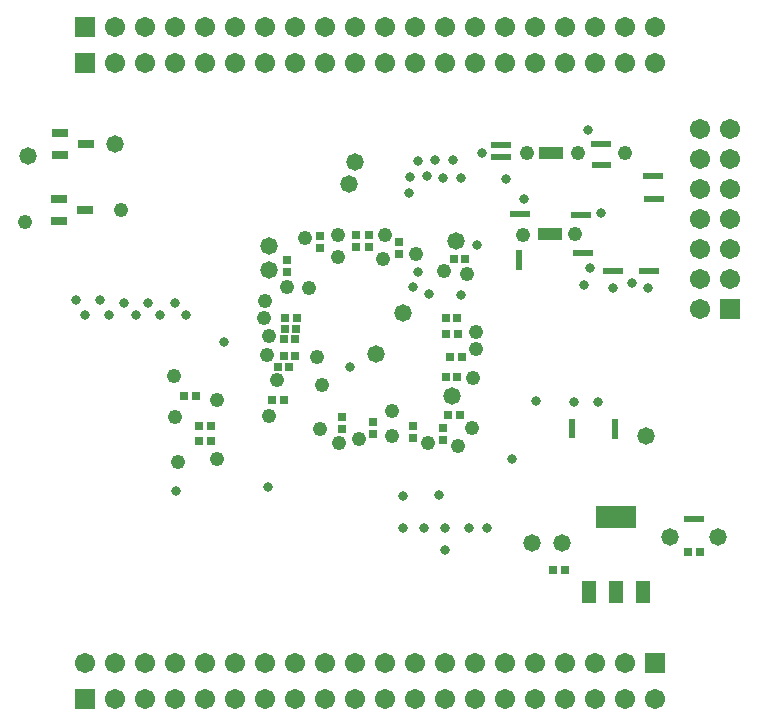
<source format=gbs>
%FSTAX23Y23*%
%MOIN*%
%SFA1B1*%

%IPPOS*%
%ADD26R,0.032610X0.023750*%
%ADD27R,0.023750X0.032610*%
%ADD29R,0.027690X0.031620*%
%ADD35R,0.067060X0.067060*%
%ADD36C,0.067060*%
%ADD37R,0.067060X0.067060*%
%ADD38C,0.058000*%
%ADD39C,0.048000*%
%ADD40C,0.032000*%
%ADD68R,0.053280X0.031620*%
%ADD69R,0.031620X0.027690*%
%ADD70R,0.039500X0.013910*%
%ADD71R,0.133980X0.076900*%
%ADD72R,0.045400X0.076900*%
%LNpcb1-1*%
%LPD*%
G54D26*
X02232Y0177D03*
X02265D03*
X02365Y00703D03*
X02398D03*
X02261Y01844D03*
X02229D03*
X01784Y01717D03*
X01817D03*
X02088Y01953D03*
X02055D03*
X02089Y01883D03*
X02057D03*
X01722Y01907D03*
X01755D03*
X0172Y01947D03*
X01753D03*
X02027Y01588D03*
X01994D03*
X02021Y01714D03*
X01988D03*
X02216Y01528D03*
X02249D03*
X02127D03*
X02094D03*
G54D27*
X01798Y01581D03*
Y01548D03*
X02117Y01019D03*
Y00986D03*
X01975Y0102D03*
Y00987D03*
G54D29*
X01311Y00986D03*
Y01025D03*
X01255Y0161D03*
Y01649D03*
X01446Y01011D03*
Y00972D03*
X01543Y01005D03*
Y00966D03*
X01207Y01042D03*
Y01003D03*
X01136Y01605D03*
Y01644D03*
X01298Y01608D03*
Y01647D03*
X01398Y01586D03*
Y01626D03*
X01025Y01564D03*
Y01525D03*
G54D35*
X025Y01401D03*
G54D36*
X02252Y00103D03*
X02152D03*
X02052D03*
X01952D03*
X01852D03*
X01752D03*
X01652D03*
X01552D03*
X01452D03*
X01352D03*
X01252D03*
X01152D03*
X01052D03*
X00952D03*
X00852D03*
X00752D03*
X00652D03*
X00552D03*
X00452D03*
X024Y01401D03*
X025Y01501D03*
X024D03*
X025Y01601D03*
X024D03*
X025Y01701D03*
X024D03*
X025Y01801D03*
X024D03*
X025Y01901D03*
X024D03*
X025Y02001D03*
X024D03*
X00452Y02223D03*
X00552D03*
X00652D03*
X00752D03*
X00852D03*
X00952D03*
X01052D03*
X01152D03*
X01252D03*
X01352D03*
X01452D03*
X01552D03*
X01652D03*
X01752D03*
X01852D03*
X01952D03*
X02052D03*
X02152D03*
X02252D03*
X0045Y02341D03*
X0055D03*
X0065D03*
X0075D03*
X0085D03*
X0095D03*
X0105D03*
X0115D03*
X0125D03*
X0135D03*
X0145D03*
X0155D03*
X0165D03*
X0175D03*
X0185D03*
X0195D03*
X0205D03*
X0215D03*
X0225D03*
X02152Y00223D03*
X02052D03*
X01952D03*
X01852D03*
X01752D03*
X01652D03*
X01552D03*
X01452D03*
X01352D03*
X01252D03*
X01152D03*
X01052D03*
X00952D03*
X00852D03*
X00752D03*
X00652D03*
X00552D03*
X00452D03*
X00352D03*
G54D37*
X00352Y00103D03*
Y02223D03*
X0035Y02341D03*
X02252Y00223D03*
G54D38*
X01412Y0139D03*
X01587Y0163D03*
X00965Y01612D03*
X00963Y01531D03*
X0123Y01818D03*
X01251Y01893D03*
X02221Y0098D03*
X01321Y01252D03*
X01573Y01113D03*
X01842Y00623D03*
X01942D03*
X00162Y01913D03*
X00452Y01953D03*
X02302Y00643D03*
X02462D03*
G54D39*
X00991Y01164D03*
X00964Y01311D03*
X01495Y00956D03*
X00959Y01248D03*
X01125Y01241D03*
X01654Y01326D03*
X01593Y00945D03*
X01811Y0165D03*
X01141Y01148D03*
X01656Y01267D03*
X01263Y00969D03*
X01623Y01519D03*
X00792Y00903D03*
X00947Y01371D03*
X00952Y0143D03*
X01098Y01472D03*
X01085Y01637D03*
X01197Y00955D03*
X01454Y01586D03*
X0135Y01649D03*
X01643Y01171D03*
X00792Y01098D03*
X01641Y01006D03*
X00965Y01044D03*
X01195Y01648D03*
X01346Y01569D03*
X01195Y01574D03*
X00649Y01178D03*
X01024Y01476D03*
X01136Y01001D03*
X01376Y00978D03*
X01549Y01529D03*
X01376Y01061D03*
X01986Y01651D03*
X01824Y01922D03*
X01994Y01921D03*
X02152Y01923D03*
X00652Y01043D03*
X00662Y00893D03*
X00152Y01693D03*
X00471Y01733D03*
G54D40*
X01855Y01094D03*
X01233Y01208D03*
X01445Y01474D03*
X01816Y01767D03*
X01546Y0184D03*
X01658Y01614D03*
X01604Y01449D03*
X01552Y00598D03*
X00402Y01433D03*
X00961Y00807D03*
X00322Y01433D03*
X00482Y01423D03*
X01412Y00673D03*
X00652Y01423D03*
X01577Y01899D03*
X01606Y01837D03*
X00352Y01383D03*
X02027Y01999D03*
X01498Y01452D03*
X01776Y00903D03*
X0146Y01524D03*
X01412Y00777D03*
X0149Y01845D03*
X0146Y01896D03*
X01632Y00673D03*
X006Y01383D03*
X0143Y01788D03*
X01433Y01841D03*
X01519Y01898D03*
X01692Y00673D03*
X00432Y01383D03*
X01552Y00673D03*
X00522Y01383D03*
X00562Y01423D03*
X01754Y01834D03*
X00687Y01383D03*
X01532Y00783D03*
X01482Y00673D03*
X01675Y01922D03*
X02034Y01539D03*
X02071Y01722D03*
X02227Y01471D03*
X00815Y01291D03*
X02014Y01481D03*
X00653Y00794D03*
X02176Y0149D03*
X02112Y01473D03*
X02062Y01093D03*
X01982D03*
G54D68*
X00356Y01953D03*
X00267Y0199D03*
Y01915D03*
X00352Y01733D03*
X00263Y0177D03*
Y01695D03*
G54D69*
X01017Y01336D03*
X01056D03*
X01553Y01371D03*
X01592D03*
X01554Y01318D03*
X01593D03*
X00732Y01013D03*
X00772D03*
X00732Y00963D03*
X00771D03*
X01032Y01208D03*
X00993D03*
X01052Y01245D03*
X01013D03*
X01568Y01241D03*
X01607D03*
X01014Y01097D03*
X00975D03*
X01052Y01301D03*
X01013D03*
X01561Y0105D03*
X016D03*
X0158Y0157D03*
X01619D03*
X01553Y01175D03*
X01592D03*
X00682Y01113D03*
X00721D03*
X01058Y01371D03*
X01019D03*
X02361Y00593D03*
X02401D03*
X01951Y00533D03*
X01912D03*
G54D70*
X01881Y01664D03*
Y01651D03*
Y01637D03*
X01921D03*
Y01651D03*
Y01664D03*
X01923Y01909D03*
Y01923D03*
Y01936D03*
X01884D03*
Y01923D03*
Y01909D03*
G54D71*
X02122Y00707D03*
G54D72*
X02031Y00458D03*
X02122D03*
X02212D03*
M02*
</source>
